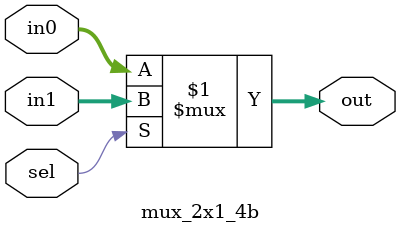
<source format=v>
`timescale 1ns / 1ps

module ALUControl(
    output [3:0] ALUC,
    input [1:0] ALUOp,
    input [4:0] funct5
    );
    
    wire [3:0] ALUC0, ALUC1;
    
    assign ALUC0[0] = ~ALUOp[0];
    assign ALUC0[1] = 0;
    assign ALUC0[2] = ALUOp[1] | ALUOp[0];
    assign ALUC0[3] = ALUC0[2];
    
    penc_2b encoder(ALUC1[3:2],funct5[4:2]);
    assign ALUC1[1] = funct5[1];
    assign ALUC1[0] = funct5[0] | (~&(ALUC1[3:2]) & funct5[1]);
    
    mux_2x1_4b mux(ALUC,ALUC0,ALUC1,&ALUOp);
     
endmodule

module mux_2x1_4b#(parameter N=4)(
    output [N-1 : 0] out,
    input [N-1 : 0] in0,
    input [N-1 : 0] in1,
    input sel
    );
    
    assign out  = sel ? in1 : in0;
endmodule
</source>
